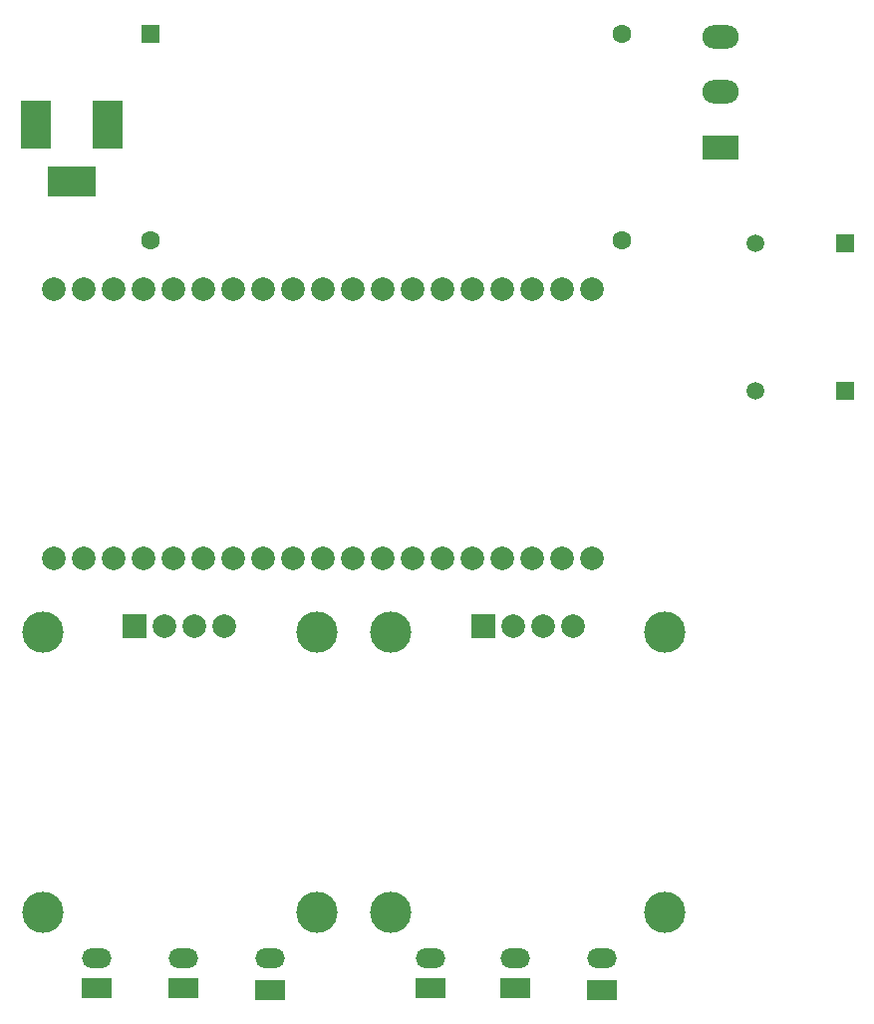
<source format=gbl>
G04*
G04 #@! TF.GenerationSoftware,Altium Limited,Altium Designer,21.3.2 (30)*
G04*
G04 Layer_Physical_Order=2*
G04 Layer_Color=16711680*
%FSTAX24Y24*%
%MOIN*%
G70*
G04*
G04 #@! TF.SameCoordinates,70DC1E10-037C-42C7-9AD5-60C584CD1C3D*
G04*
G04*
G04 #@! TF.FilePolarity,Positive*
G04*
G01*
G75*
%ADD36R,0.1000X0.0650*%
%ADD37O,0.1000X0.0650*%
%ADD38C,0.1378*%
%ADD39R,0.0787X0.0787*%
%ADD40C,0.0787*%
%ADD41R,0.1600X0.1000*%
%ADD42R,0.1000X0.1600*%
%ADD43R,0.0591X0.0591*%
%ADD44C,0.0591*%
%ADD45R,0.1220X0.0787*%
%ADD46O,0.1220X0.0787*%
%ADD47R,0.0630X0.0630*%
%ADD48C,0.0630*%
D36*
X02199Y013235D02*
D03*
X01909Y013285D02*
D03*
X01624D02*
D03*
X01089Y013235D02*
D03*
X00799Y013285D02*
D03*
X00509D02*
D03*
D37*
X02199Y014285D02*
D03*
X01909D02*
D03*
X01624D02*
D03*
X01089D02*
D03*
X00799D02*
D03*
X00509D02*
D03*
D38*
X024087Y025203D02*
D03*
Y015833D02*
D03*
X014913D02*
D03*
Y025203D02*
D03*
X003263D02*
D03*
Y015833D02*
D03*
X012437D02*
D03*
Y025203D02*
D03*
D39*
X018Y0254D02*
D03*
X00635D02*
D03*
D40*
X02D02*
D03*
X021D02*
D03*
X019D02*
D03*
X00664Y03665D02*
D03*
X00364D02*
D03*
X00864D02*
D03*
X01164D02*
D03*
X01264D02*
D03*
X01764D02*
D03*
X01964D02*
D03*
X02064D02*
D03*
X00464D02*
D03*
X00564D02*
D03*
X00764D02*
D03*
X00964D02*
D03*
X01064D02*
D03*
X01364D02*
D03*
X01464D02*
D03*
X01564D02*
D03*
X01664D02*
D03*
X01864D02*
D03*
X02164D02*
D03*
X00364Y02765D02*
D03*
X00464D02*
D03*
X00564D02*
D03*
X00664D02*
D03*
X00764D02*
D03*
X00864D02*
D03*
X00964D02*
D03*
X01064D02*
D03*
X01164D02*
D03*
X01264D02*
D03*
X01364D02*
D03*
X01464D02*
D03*
X01564D02*
D03*
X01664D02*
D03*
X01764D02*
D03*
X01864D02*
D03*
X01964D02*
D03*
X02064D02*
D03*
X02164D02*
D03*
X00735Y0254D02*
D03*
X00935D02*
D03*
X00835D02*
D03*
D41*
X00426Y04026D02*
D03*
D42*
X00304Y04215D02*
D03*
X005442D02*
D03*
D43*
X0301Y03325D02*
D03*
Y0382D02*
D03*
D44*
X0271Y03325D02*
D03*
Y0382D02*
D03*
D45*
X02594Y041399D02*
D03*
D46*
Y04325D02*
D03*
Y0451D02*
D03*
D47*
X00689Y0452D02*
D03*
D48*
Y03831D02*
D03*
X022638Y0452D02*
D03*
Y03831D02*
D03*
M02*

</source>
